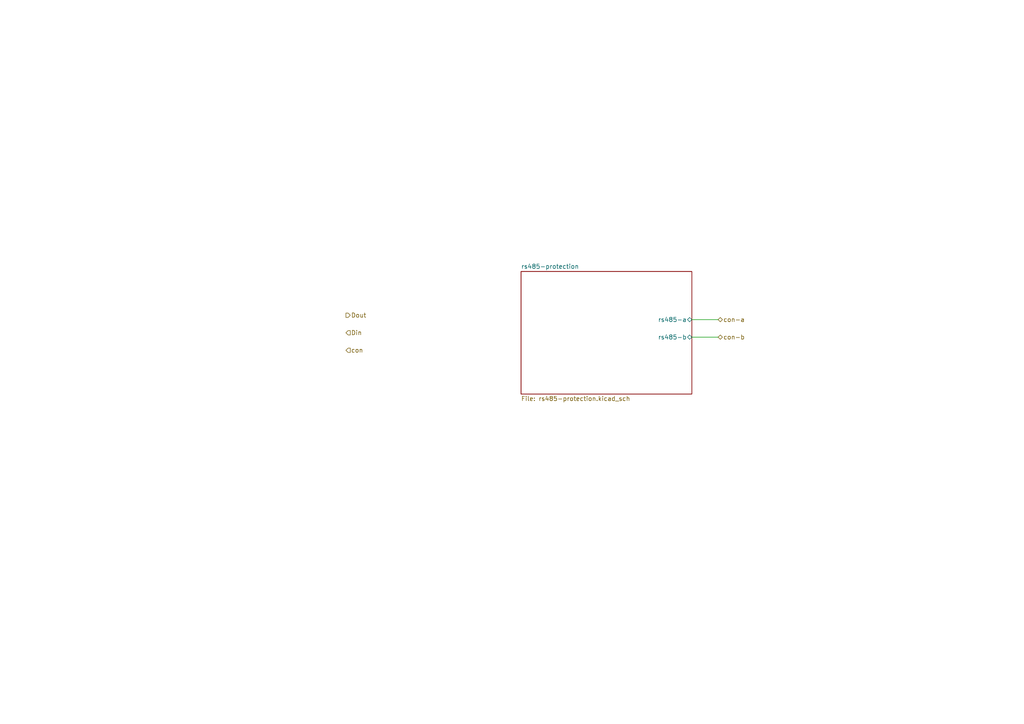
<source format=kicad_sch>
(kicad_sch
	(version 20250114)
	(generator "eeschema")
	(generator_version "9.0")
	(uuid "0d3f113a-21ba-41cc-afc6-012639e53697")
	(paper "A4")
	(lib_symbols)
	(wire
		(pts
			(xy 200.66 97.79) (xy 208.28 97.79)
		)
		(stroke
			(width 0)
			(type default)
		)
		(uuid "457c8d21-4b1a-4611-9a49-5fcd7bb61b7d")
	)
	(wire
		(pts
			(xy 200.66 92.71) (xy 208.28 92.71)
		)
		(stroke
			(width 0)
			(type default)
		)
		(uuid "526979b1-9c6b-4237-ba14-e96cc9ed7cae")
	)
	(hierarchical_label "Dout"
		(shape output)
		(at 100.33 91.44 0)
		(effects
			(font
				(size 1.27 1.27)
			)
			(justify left)
		)
		(uuid "08fad139-e130-48f0-9052-529d46fa08e0")
	)
	(hierarchical_label "Din"
		(shape input)
		(at 100.33 96.52 0)
		(effects
			(font
				(size 1.27 1.27)
			)
			(justify left)
		)
		(uuid "16afa8fd-2fe8-4ee2-b041-ba1e9fa585b5")
	)
	(hierarchical_label "con-a"
		(shape bidirectional)
		(at 208.28 92.71 0)
		(effects
			(font
				(size 1.27 1.27)
			)
			(justify left)
		)
		(uuid "20574b02-b9b9-4160-b21d-f9575583d45e")
	)
	(hierarchical_label "con-b"
		(shape bidirectional)
		(at 208.28 97.79 0)
		(effects
			(font
				(size 1.27 1.27)
			)
			(justify left)
		)
		(uuid "971748d0-6955-494b-b23c-b69e2c5162de")
	)
	(hierarchical_label "con"
		(shape input)
		(at 100.33 101.6 0)
		(effects
			(font
				(size 1.27 1.27)
			)
			(justify left)
		)
		(uuid "bd70b403-3e24-4e56-98f1-a10443495530")
	)
	(sheet
		(at 151.13 78.74)
		(size 49.53 35.56)
		(exclude_from_sim no)
		(in_bom yes)
		(on_board yes)
		(dnp no)
		(fields_autoplaced yes)
		(stroke
			(width 0.1524)
			(type solid)
		)
		(fill
			(color 0 0 0 0.0000)
		)
		(uuid "cf7e7cc4-1b95-44e5-9df0-d5849191f8af")
		(property "Sheetname" "rs485-protection"
			(at 151.13 78.0284 0)
			(effects
				(font
					(size 1.27 1.27)
				)
				(justify left bottom)
			)
		)
		(property "Sheetfile" "rs485-protection.kicad_sch"
			(at 151.13 114.8846 0)
			(effects
				(font
					(size 1.27 1.27)
				)
				(justify left top)
			)
		)
		(pin "rs485-a" bidirectional
			(at 200.66 92.71 0)
			(uuid "0726be25-9ad1-461b-a33f-98dafd80a6a9")
			(effects
				(font
					(size 1.27 1.27)
				)
				(justify right)
			)
		)
		(pin "rs485-b" bidirectional
			(at 200.66 97.79 0)
			(uuid "e292858d-b860-4d3f-8577-64678c11bf91")
			(effects
				(font
					(size 1.27 1.27)
				)
				(justify right)
			)
		)
		(instances
			(project "Diseños de circuitos"
				(path "/65c875c0-73bd-43df-b6cd-4a685398cace/3b453a73-5bb7-4645-a7e8-6e186968fa05/e8b1a732-4397-461b-a47a-0ae5205e7b91"
					(page "5")
				)
			)
		)
	)
)

</source>
